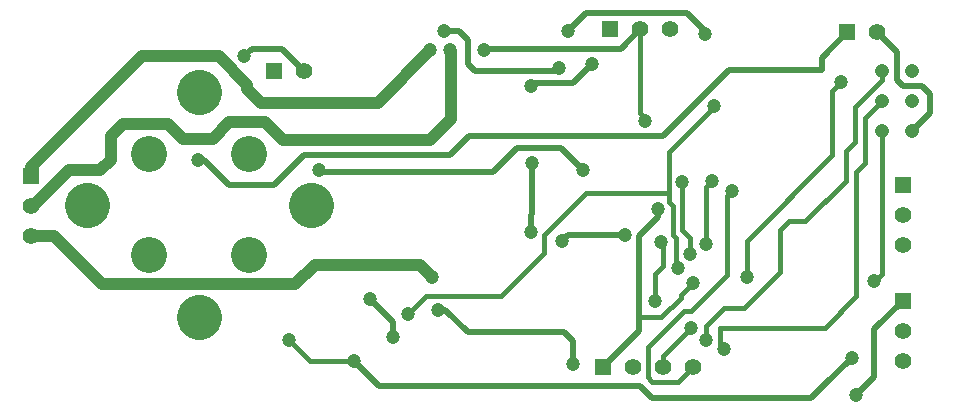
<source format=gbl>
G04 ( created by brdgerber.py ( brdgerber.py v0.1 2014-03-12 ) ) date 2021-04-12 03:08:49 EDT*
G04 Gerber Fmt 3.4, Leading zero omitted, Abs format*
%MOIN*%
%FSLAX34Y34*%
G01*
G70*
G90*
G04 APERTURE LIST*
%ADD10C,0.0400*%
%ADD31C,0.0047*%
%ADD33R,0.0787X0.0177*%
%ADD11C,0.0200*%
%ADD12R,0.0866X0.0236*%
%ADD23C,0.0020*%
%ADD24C,0.0160*%
%ADD37R,0.0760X0.2100*%
%ADD28C,0.0000*%
%ADD30R,0.0945X0.1575*%
%ADD38C,0.1200*%
%ADD32R,0.0177X0.0787*%
%ADD25R,0.0472X0.0275*%
%ADD26C,0.0012*%
%ADD29C,0.0059*%
%ADD17R,0.0550X0.0550*%
%ADD13C,0.0050*%
%ADD27R,0.0709X0.0629*%
%ADD18C,0.0550*%
%ADD35R,0.0800X0.0600*%
%ADD36C,0.0471*%
%ADD22R,0.0260X0.0800*%
%ADD19C,0.0120*%
%ADD21R,0.0629X0.0709*%
%ADD39R,0.0600X0.0800*%
%ADD20C,0.0472*%
%ADD16C,0.0100*%
%ADD14C,0.0080*%
%ADD34C,0.1500*%
%ADD15C,0.0060*%
G04 APERTURE END LIST*
G54D10*
D10*
G01X-03850Y18700D02*
G01X-03900Y18700D01*
D17*
X23300Y24500D03*
D18*
X24300Y24500D03*
D10*
G01X02700Y21500D02*
G01X02150Y20950D01*
D20*
X12800Y20150D03*
D20*
X09400Y23900D03*
D11*
G01X12800Y18450D02*
G01X12750Y18400D01*
D17*
X15150Y13350D03*
D18*
X16150Y13350D03*
D18*
X17150Y13350D03*
D18*
X18150Y13350D03*
D11*
G01X12800Y20150D02*
G01X12800Y18450D01*
D11*
G01X13850Y14500D02*
G01X14150Y14200D01*
D11*
G01X08150Y14850D02*
G01X08150Y14350D01*
D10*
G01X02150Y20950D02*
G01X01150Y20950D01*
D20*
X07400Y15600D03*
D10*
G01X-01250Y21050D02*
G01X-01250Y20250D01*
D10*
G01X03900Y21500D02*
G01X02700Y21500D01*
D17*
X25150Y15550D03*
D18*
X25150Y14550D03*
D18*
X25150Y13550D03*
D10*
G01X-00850Y21450D02*
G01X-01250Y21050D01*
D11*
G01X07400Y15600D02*
G01X08150Y14850D01*
D17*
X15400Y24600D03*
D18*
X16400Y24600D03*
D18*
X17400Y24600D03*
D10*
G01X00650Y21450D02*
G01X-00850Y21450D01*
D10*
G01X07650Y22150D02*
G01X09400Y23900D01*
D24*
G01X24450Y22900D02*
G01X24450Y23200D01*
D17*
X04200Y23200D03*
D18*
X05200Y23200D03*
D17*
X-03900Y19700D03*
D18*
X-03900Y18700D03*
D18*
X-03900Y17700D03*
D20*
X12750Y17850D03*
D10*
G01X-03900Y17700D02*
G01X-03150Y17700D01*
D20*
X09450Y16350D03*
D20*
X08150Y14350D03*
D11*
G01X12750Y18400D02*
G01X12750Y17850D01*
D17*
X25150Y19400D03*
D18*
X25150Y18400D03*
D18*
X25150Y17400D03*
D10*
G01X09050Y16750D02*
G01X09450Y16350D01*
D10*
G01X05550Y16750D02*
G01X09050Y16750D01*
D10*
G01X-03150Y17700D02*
G01X-01550Y16100D01*
D10*
G01X04900Y16100D02*
G01X05550Y16750D01*
D34*
G01X05440Y18750D02*
G01X05440Y18750D01*
D34*
G01X01700Y22490D02*
G01X01700Y22490D01*
D34*
G01X-02040Y18750D02*
G01X-02040Y18750D01*
D34*
G01X01700Y15010D02*
G01X01700Y15010D01*
D24*
G01X23550Y22000D02*
G01X24450Y22900D01*
D10*
G01X04500Y20900D02*
G01X03900Y21500D01*
D10*
G01X-01600Y19900D02*
G01X-02650Y19900D01*
D10*
G01X03300Y22600D02*
G01X03750Y22150D01*
D24*
G01X23550Y20850D02*
G01X23550Y22000D01*
D24*
G01X23250Y20550D02*
G01X23550Y20850D01*
D24*
G01X23250Y19550D02*
G01X23250Y20550D01*
D24*
G01X21900Y18200D02*
G01X23250Y19550D01*
D10*
G01X01150Y20950D02*
G01X00650Y21450D01*
D10*
G01X-01550Y16100D02*
G01X04900Y16100D01*
D10*
G01X-02650Y19900D02*
G01X-03850Y18700D01*
D36*
G01X24450Y23200D02*
G01X24450Y23200D01*
D36*
G01X25450Y23200D02*
G01X25450Y23200D01*
D36*
G01X24450Y22200D02*
G01X24450Y22200D01*
D36*
G01X25450Y22200D02*
G01X25450Y22200D01*
D36*
G01X24450Y21200D02*
G01X24450Y21200D01*
D36*
G01X25450Y21200D02*
G01X25450Y21200D01*
D20*
X11200Y23900D03*
D11*
G01X11200Y23900D02*
G01X11250Y23950D01*
D11*
G01X11250Y23950D02*
G01X15750Y23950D01*
D11*
G01X15750Y23950D02*
G01X16400Y24600D01*
D10*
G01X-01250Y20250D02*
G01X-01600Y19900D01*
D10*
G01X03300Y22750D02*
G01X03300Y22600D01*
D10*
G01X-03900Y20000D02*
G01X-00200Y23700D01*
D10*
G01X-00200Y23700D02*
G01X02350Y23700D01*
D10*
G01X-03900Y19700D02*
G01X-03900Y20000D01*
D10*
G01X02350Y23700D02*
G01X03300Y22750D01*
D38*
G01X00030Y17080D02*
G01X00030Y17080D01*
D38*
G01X03370Y17080D02*
G01X03370Y17080D01*
D38*
G01X03370Y20420D02*
G01X03370Y20420D01*
D38*
G01X00030Y20420D02*
G01X00030Y20420D01*
D24*
G01X19050Y14100D02*
G01X19050Y14650D01*
D24*
G01X19200Y13950D02*
G01X19050Y14100D01*
D20*
X19200Y13950D03*
D11*
G01X22450Y23650D02*
G01X23300Y24500D01*
D20*
X24200Y16200D03*
D24*
G01X24200Y16200D02*
G01X24450Y16450D01*
D24*
G01X24450Y16450D02*
G01X24450Y21200D01*
D24*
G01X19950Y17550D02*
G01X22800Y20400D01*
D24*
G01X22800Y20400D02*
G01X22800Y22150D01*
D24*
G01X23900Y21650D02*
G01X24450Y22200D01*
D24*
G01X23900Y20150D02*
G01X23900Y21650D01*
D24*
G01X23600Y19850D02*
G01X23900Y20150D01*
D24*
G01X23600Y15700D02*
G01X23600Y19850D01*
D24*
G01X22550Y14650D02*
G01X23600Y15700D01*
D24*
G01X19050Y14650D02*
G01X22550Y14650D01*
D11*
G01X22450Y23250D02*
G01X22450Y23650D01*
D24*
G01X21350Y18200D02*
G01X21900Y18200D01*
D20*
X10050Y23900D03*
D10*
G01X10050Y23900D02*
G01X10100Y23850D01*
D10*
G01X10100Y23850D02*
G01X10100Y21600D01*
D10*
G01X10100Y21600D02*
G01X09400Y20900D01*
D10*
G01X09400Y20900D02*
G01X04500Y20900D01*
D10*
G01X03750Y22150D02*
G01X07650Y22150D01*
D20*
X01650Y20250D03*
D11*
G01X01650Y20250D02*
G01X01850Y20250D01*
D11*
G01X01850Y20250D02*
G01X02700Y19400D01*
D11*
G01X02700Y19400D02*
G01X04200Y19400D01*
D11*
G01X04200Y19400D02*
G01X05200Y20400D01*
D11*
G01X05200Y20400D02*
G01X10050Y20400D01*
D11*
G01X10050Y20400D02*
G01X10700Y21050D01*
D11*
G01X10700Y21050D02*
G01X17150Y21050D01*
D11*
G01X17150Y21050D02*
G01X19350Y23250D01*
D11*
G01X19350Y23250D02*
G01X22450Y23250D01*
D20*
X03200Y23700D03*
D11*
G01X03200Y23700D02*
G01X03450Y23950D01*
D11*
G01X03450Y23950D02*
G01X04450Y23950D01*
D11*
G01X04450Y23950D02*
G01X05200Y23200D01*
D20*
X13800Y17550D03*
D11*
G01X13800Y17550D02*
G01X14000Y17750D01*
D11*
G01X14000Y17750D02*
G01X15900Y17750D01*
D20*
X15900Y17750D03*
D20*
X18600Y14250D03*
D24*
G01X18600Y14250D02*
G01X18600Y14700D01*
D24*
G01X18600Y14700D02*
G01X19200Y15300D01*
D24*
G01X19200Y15300D02*
G01X19850Y15300D01*
D24*
G01X19850Y15300D02*
G01X21050Y16500D01*
D24*
G01X21050Y16500D02*
G01X21050Y17900D01*
D24*
G01X21050Y17900D02*
G01X21350Y18200D01*
D20*
X18100Y14650D03*
D24*
G01X18100Y14650D02*
G01X17150Y13700D01*
D24*
G01X17150Y13700D02*
G01X17150Y13350D01*
D20*
X17100Y17500D03*
D11*
G01X17100Y17500D02*
G01X17150Y17450D01*
D20*
X09850Y24550D03*
D11*
G01X09850Y24550D02*
G01X10350Y24550D01*
D11*
G01X10350Y24550D02*
G01X10650Y24250D01*
D11*
G01X10650Y24250D02*
G01X10650Y23450D01*
D11*
G01X10650Y23450D02*
G01X10900Y23200D01*
D11*
G01X10900Y23200D02*
G01X13600Y23200D01*
D11*
G01X13600Y23200D02*
G01X13700Y23300D01*
D20*
X13700Y23300D03*
D20*
X17000Y18600D03*
D11*
G01X17000Y18600D02*
G01X17000Y18350D01*
D11*
G01X17000Y18350D02*
G01X16350Y17700D01*
D11*
G01X16350Y17700D02*
G01X16350Y14550D01*
D11*
G01X16350Y14550D02*
G01X15150Y13350D01*
D20*
X14150Y13450D03*
D11*
G01X14150Y14200D02*
G01X14150Y13450D01*
D20*
X09650Y15250D03*
D11*
G01X09650Y15250D02*
G01X09900Y15250D01*
D11*
G01X09900Y15250D02*
G01X10650Y14500D01*
D11*
G01X10650Y14500D02*
G01X13850Y14500D01*
D20*
X06850Y13550D03*
D11*
G01X06850Y13550D02*
G01X07700Y12700D01*
D24*
G01X18600Y19350D02*
G01X18600Y18950D01*
D11*
G01X22500Y12700D02*
G01X23450Y13650D01*
D20*
X23450Y13650D03*
D20*
X23600Y12400D03*
D11*
G01X23600Y12400D02*
G01X24200Y13000D01*
D11*
G01X24200Y13000D02*
G01X24200Y14600D01*
D11*
G01X24200Y14600D02*
G01X25150Y15550D01*
D20*
X05700Y19900D03*
D11*
G01X05700Y19900D02*
G01X05750Y19850D01*
D11*
G01X05750Y19850D02*
G01X11500Y19850D01*
D11*
G01X11500Y19850D02*
G01X12300Y20650D01*
D11*
G01X12300Y20650D02*
G01X13750Y20650D01*
D11*
G01X13750Y20650D02*
G01X14500Y19900D01*
D20*
X14500Y19900D03*
D20*
X12750Y22700D03*
D11*
G01X12750Y22700D02*
G01X12850Y22800D01*
D11*
G01X12850Y22800D02*
G01X14150Y22800D01*
D11*
G01X14150Y22800D02*
G01X14800Y23450D01*
D20*
X14800Y23450D03*
D20*
X16900Y15550D03*
D24*
G01X16900Y15550D02*
G01X16900Y16450D01*
D24*
G01X16900Y16450D02*
G01X17150Y16700D01*
D24*
G01X17150Y16700D02*
G01X17150Y17450D01*
D20*
X18150Y16150D03*
D24*
G01X18150Y16150D02*
G01X17750Y15750D01*
D24*
G01X17750Y15750D02*
G01X17750Y15650D01*
D24*
G01X17750Y15650D02*
G01X17100Y15000D01*
D24*
G01X17100Y15000D02*
G01X16350Y15000D01*
D20*
X08650Y15100D03*
D24*
G01X08650Y15100D02*
G01X09250Y15700D01*
D24*
G01X09250Y15700D02*
G01X11750Y15700D01*
D24*
G01X11750Y15700D02*
G01X13200Y17150D01*
D24*
G01X13200Y17150D02*
G01X13200Y17750D01*
D24*
G01X13200Y17750D02*
G01X14600Y19150D01*
D24*
G01X14600Y19150D02*
G01X17350Y19150D01*
D20*
X17650Y16650D03*
D24*
G01X17600Y16700D02*
G01X17650Y16650D01*
D20*
X18600Y17450D03*
D24*
G01X18600Y17450D02*
G01X18600Y18950D01*
D24*
G01X17350Y19150D02*
G01X17350Y20500D01*
D24*
G01X17350Y20500D02*
G01X18850Y22000D01*
D24*
G01X18850Y22000D02*
G01X18850Y22050D01*
D20*
X18850Y22050D03*
D24*
G01X17350Y19150D02*
G01X17350Y18850D01*
D24*
G01X17350Y18850D02*
G01X17500Y18700D01*
D24*
G01X17500Y18700D02*
G01X17500Y17750D01*
D24*
G01X17500Y17750D02*
G01X17600Y17650D01*
D24*
G01X17600Y17650D02*
G01X17600Y16700D01*
D20*
X18050Y17100D03*
D24*
G01X18050Y17100D02*
G01X18050Y17650D01*
D24*
G01X18050Y17650D02*
G01X17800Y17900D01*
D24*
G01X17800Y17900D02*
G01X17800Y19100D01*
D24*
G01X17800Y19100D02*
G01X17800Y19500D01*
D20*
X17800Y19500D03*
D20*
X16550Y21550D03*
D24*
G01X16550Y21550D02*
G01X16550Y21650D01*
D24*
G01X16550Y21650D02*
G01X16400Y21800D01*
D24*
G01X16400Y21800D02*
G01X16400Y24600D01*
D20*
X18800Y19550D03*
D24*
G01X18800Y19550D02*
G01X18600Y19350D01*
D20*
X19450Y19200D03*
D24*
G01X19450Y19200D02*
G01X19300Y19050D01*
D24*
G01X19300Y19050D02*
G01X19300Y16400D01*
D24*
G01X19300Y16400D02*
G01X18100Y15200D01*
D24*
G01X18100Y15200D02*
G01X17850Y15200D01*
D24*
G01X17850Y15200D02*
G01X16650Y14000D01*
D24*
G01X16650Y14000D02*
G01X16650Y13000D01*
D24*
G01X16650Y13000D02*
G01X16800Y12850D01*
D24*
G01X16800Y12850D02*
G01X17650Y12850D01*
D24*
G01X17650Y12850D02*
G01X18150Y13350D01*
D11*
G01X07700Y12700D02*
G01X16400Y12700D01*
D11*
G01X16400Y12700D02*
G01X16800Y12300D01*
D11*
G01X16800Y12300D02*
G01X22100Y12300D01*
D11*
G01X22100Y12300D02*
G01X22500Y12700D01*
D11*
G01X26050Y21800D02*
G01X25450Y21200D01*
D20*
X18550Y24450D03*
D11*
G01X18550Y24450D02*
G01X18550Y24550D01*
D11*
G01X18550Y24550D02*
G01X17950Y25150D01*
D11*
G01X17950Y25150D02*
G01X14600Y25150D01*
D11*
G01X14600Y25150D02*
G01X14000Y24550D01*
D20*
X14000Y24550D03*
D20*
X19950Y16350D03*
D24*
G01X19950Y16350D02*
G01X19950Y17550D01*
D24*
G01X22800Y22150D02*
G01X22800Y22550D01*
D24*
G01X22800Y22550D02*
G01X23100Y22850D01*
D20*
X23100Y22850D03*
D20*
X04700Y14250D03*
D24*
G01X04700Y14250D02*
G01X05400Y13550D01*
D24*
G01X05400Y13550D02*
G01X06850Y13550D01*
D11*
G01X26050Y21800D02*
G01X26050Y22450D01*
D11*
G01X26050Y22450D02*
G01X25800Y22700D01*
D11*
G01X25800Y22700D02*
G01X25150Y22700D01*
D11*
G01X25150Y22700D02*
G01X24950Y22900D01*
D11*
G01X24950Y22900D02*
G01X24950Y23850D01*
D11*
G01X24950Y23850D02*
G01X24300Y24500D01*
M02*

</source>
